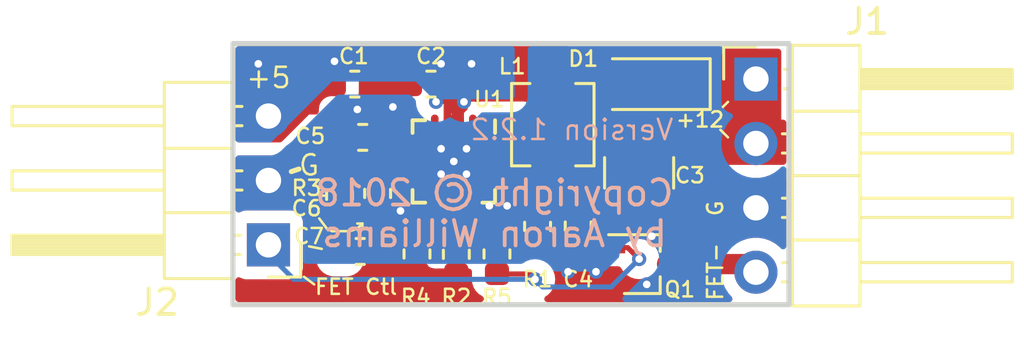
<source format=kicad_pcb>
(kicad_pcb (version 20221018) (generator pcbnew)
  (title_block (title "5v to 12v booster") (date "2019-02-04") (rev "1.2.3") (company "Copyright © 2018 by Aaron Williams") (comment 1 "5V to 12V boost converter") (comment 2 "Limited to 400ma"))
  (layers (0 "F.Cu" signal) (31 "B.Cu" signal) (34 "B.Paste" user) (35 "F.Paste" user) (36 "B.SilkS" user "B.Silkscreen") (37 "F.SilkS" user "F.Silkscreen") (38 "B.Mask" user) (39 "F.Mask" user) (44 "Edge.Cuts" user))
  (net 0 "")
  (net 1 "+12V")
  (net 2 "GND")
  (net 3 "Net-(C7-Pad1)")
  (net 4 "+5V")
  (net 5 "Net-(U1-Pad5)")
  (net 6 "Net-(U1-Pad10)")
  (net 7 "Net-(U1-Pad14)")
  (net 8 "/SW")
  (net 9 "/FET_CTL")
  (net 10 "/FET_DRV")
  (net 11 "/FB")
  (net 12 "/COMP")
  (net 13 "/FREQ")
  (net 14 "/SS")
  (footprint "Resistor_SMD:R_0603_1608Metric" (layer "F.Cu") (at 124.2 78.7125 -90)
    (fp_text reference "R1" (at 2.0875 0 180) (layer "F.SilkS") (effects (font (size 0.6 0.6) (thickness 0.1))))
    (fp_text value "86.6k")
    (fp_line (start -0.162779 -0.51) (end 0.162779 -0.51) (stroke (width 0.12)) (layer "F.SilkS"))
    (fp_line (start -0.162779 0.51) (end 0.162779 0.51) (stroke (width 0.12)) (layer "F.SilkS"))
    (pad "1" smd roundrect (at -0.7875 0 270) (size 0.875 0.95) (layers "F.Cu" "F.Paste" "F.Mask") (net 1 "+12V"))
    (pad "2" smd roundrect (at 0.7875 0 270) (size 0.875 0.95) (layers "F.Cu" "F.Paste" "F.Mask") (net 11 "/FB"))
  )
  (footprint "Resistor_SMD:R_0603_1608Metric" (layer "F.Cu") (at 121 79.8125 -90)
    (fp_text reference "R2" (at 1.6875 0) (layer "F.SilkS") (effects (font (size 0.6 0.6) (thickness 0.1))))
    (fp_text value "18.2k")
    (fp_line (start -0.162779 -0.51) (end 0.162779 -0.51) (stroke (width 0.12)) (layer "F.SilkS"))
    (fp_line (start -0.162779 0.51) (end 0.162779 0.51) (stroke (width 0.12)) (layer "F.SilkS"))
    (pad "1" smd roundrect (at -0.7875 0 270) (size 0.875 0.95) (layers "F.Cu" "F.Paste" "F.Mask") (net 13 "/FREQ"))
    (pad "2" smd roundrect (at 0.7875 0 270) (size 0.875 0.95) (layers "F.Cu" "F.Paste" "F.Mask") (net 2 "GND"))
  )
  (footprint "Resistor_SMD:R_0603_1608Metric" (layer "F.Cu") (at 116.4 77.4875 90)
    (fp_text reference "R3" (at 0.2875 -1.3 180) (layer "F.SilkS") (effects (font (size 0.6 0.6) (thickness 0.1))))
    (fp_text value "1.69k")
    (fp_line (start -0.162779 -0.51) (end 0.162779 -0.51) (stroke (width 0.12)) (layer "F.SilkS"))
    (fp_line (start -0.162779 0.51) (end 0.162779 0.51) (stroke (width 0.12)) (layer "F.SilkS"))
    (pad "1" smd roundrect (at -0.7875 0 90) (size 0.875 0.95) (layers "F.Cu" "F.Paste" "F.Mask") (net 3 "Net-(C7-Pad1)"))
    (pad "2" smd roundrect (at 0.7875 0 90) (size 0.875 0.95) (layers "F.Cu" "F.Paste" "F.Mask") (net 12 "/COMP"))
  )
  (footprint "Resistor_SMD:R_0603_1608Metric" (layer "F.Cu") (at 119.45 79.8 -90)
    (fp_text reference "R4" (at 1.7 0.05) (layer "F.SilkS") (effects (font (size 0.6 0.6) (thickness 0.1))))
    (fp_text value "10k")
    (fp_line (start -0.162779 -0.51) (end 0.162779 -0.51) (stroke (width 0.12)) (layer "F.SilkS"))
    (fp_line (start -0.162779 0.51) (end 0.162779 0.51) (stroke (width 0.12)) (layer "F.SilkS"))
    (pad "1" smd roundrect (at -0.7875 0 270) (size 0.875 0.95) (layers "F.Cu" "F.Paste" "F.Mask") (net 11 "/FB"))
    (pad "2" smd roundrect (at 0.7875 0 270) (size 0.875 0.95) (layers "F.Cu" "F.Paste" "F.Mask") (net 2 "GND"))
  )
  (footprint "Capacitor_SMD:C_1210_3225Metric" (layer "F.Cu") (at 128.2 76.6 -90)
    (fp_text reference "C3" (at 0.1 -2 180) (layer "F.SilkS") (effects (font (size 0.6 0.6) (thickness 0.1))))
    (fp_text value "22uF")
    (fp_line (start -0.602064 -1.36) (end 0.602064 -1.36) (stroke (width 0.12)) (layer "F.SilkS"))
    (fp_line (start -0.602064 1.36) (end 0.602064 1.36) (stroke (width 0.12)) (layer "F.SilkS"))
    (pad "1" smd roundrect (at -1.4 0 270) (size 1.25 2.65) (layers "F.Cu" "F.Paste" "F.Mask") (roundrect_rratio 0.2) (net 1 "+12V"))
    (pad "2" smd roundrect (at 1.4 0 270) (size 1.25 2.65) (layers "F.Cu" "F.Paste" "F.Mask") (roundrect_rratio 0.2) (net 2 "GND"))
  )
  (footprint "Capacitor_SMD:C_0603_1608Metric" (layer "F.Cu") (at 117 73.1)
    (fp_text reference "C1" (at -0.0375 -1.1) (layer "F.SilkS") (effects (font (size 0.6 0.6) (thickness 0.1))))
    (fp_text value "6.8uF")
    (fp_line (start -0.162779 -0.51) (end 0.162779 -0.51) (stroke (width 0.12)) (layer "F.SilkS"))
    (fp_line (start -0.162779 0.51) (end 0.162779 0.51) (stroke (width 0.12)) (layer "F.SilkS"))
    (pad "1" smd roundrect (at -0.7875 0) (size 0.875 0.95) (layers "F.Cu" "F.Paste" "F.Mask") (net 4 "+5V"))
    (pad "2" smd roundrect (at 0.7875 0) (size 0.875 0.95) (layers "F.Cu" "F.Paste" "F.Mask") (net 2 "GND"))
  )
  (footprint "Capacitor_SMD:C_0603_1608Metric" (layer "F.Cu") (at 120 73.1 180)
    (fp_text reference "C2" (at 0 1.1 180) (layer "F.SilkS") (effects (font (size 0.6 0.6) (thickness 0.1))))
    (fp_text value "100nF")
    (fp_line (start -0.162779 -0.51) (end 0.162779 -0.51) (stroke (width 0.12)) (layer "F.SilkS"))
    (fp_line (start -0.162779 0.51) (end 0.162779 0.51) (stroke (width 0.12)) (layer "F.SilkS"))
    (pad "1" smd roundrect (at -0.7875 0 180) (size 0.875 0.95) (layers "F.Cu" "F.Paste" "F.Mask") (net 4 "+5V"))
    (pad "2" smd roundrect (at 0.7875 0 180) (size 0.875 0.95) (layers "F.Cu" "F.Paste" "F.Mask") (net 2 "GND"))
  )
  (footprint "Capacitor_SMD:C_0603_1608Metric" (layer "F.Cu") (at 117.3125 75.2 180)
    (fp_text reference "C5" (at 2.0625 0.05 180) (layer "F.SilkS") (effects (font (size 0.6 0.6) (thickness 0.1))))
    (fp_text value "22nF")
    (fp_line (start -0.162779 -0.51) (end 0.162779 -0.51) (stroke (width 0.12)) (layer "F.SilkS"))
    (fp_line (start -0.162779 0.51) (end 0.162779 0.51) (stroke (width 0.12)) (layer "F.SilkS"))
    (pad "1" smd roundrect (at -0.7875 0 180) (size 0.875 0.95) (layers "F.Cu" "F.Paste" "F.Mask") (net 14 "/SS"))
    (pad "2" smd roundrect (at 0.7875 0 180) (size 0.875 0.95) (layers "F.Cu" "F.Paste" "F.Mask") (net 2 "GND"))
  )
  (footprint "Capacitor_SMD:C_0603_1608Metric" (layer "F.Cu") (at 117.9 77.4125 -90)
    (fp_text reference "C6" (at 0.5875 2.8) (layer "F.SilkS") (effects (font (size 0.6 0.6) (thickness 0.1))))
    (fp_text value "820pF")
    (fp_line (start -0.162779 -0.51) (end 0.162779 -0.51) (stroke (width 0.12)) (layer "F.SilkS"))
    (fp_line (start -0.162779 0.51) (end 0.162779 0.51) (stroke (width 0.12)) (layer "F.SilkS"))
    (pad "1" smd roundrect (at -0.7875 0 270) (size 0.875 0.95) (layers "F.Cu" "F.Paste" "F.Mask") (net 12 "/COMP"))
    (pad "2" smd roundrect (at 0.7875 0 270) (size 0.875 0.95) (layers "F.Cu" "F.Paste" "F.Mask") (net 2 "GND"))
  )
  (footprint "Capacitor_SMD:C_0603_1608Metric" (layer "F.Cu") (at 117.2125 79.7)
    (fp_text reference "C7" (at -2.0125 -0.6) (layer "F.SilkS") (effects (font (size 0.6 0.6) (thickness 0.1))))
    (fp_text value "47nF")
    (fp_line (start -0.162779 -0.51) (end 0.162779 -0.51) (stroke (width 0.12)) (layer "F.SilkS"))
    (fp_line (start -0.162779 0.51) (end 0.162779 0.51) (stroke (width 0.12)) (layer "F.SilkS"))
    (pad "1" smd roundrect (at -0.7875 0) (size 0.875 0.95) (layers "F.Cu" "F.Paste" "F.Mask") (net 3 "Net-(C7-Pad1)"))
    (pad "2" smd roundrect (at 0.7875 0) (size 0.875 0.95) (layers "F.Cu" "F.Paste" "F.Mask") (net 2 "GND"))
  )
  (footprint "Resistor_SMD:R_0603_1608Metric" (layer "F.Cu") (at 122.6 79.8 90)
    (fp_text reference "R5" (at -1.7 0 180) (layer "F.SilkS") (effects (font (size 0.6 0.6) (thickness 0.1))))
    (fp_text value "100k")
    (fp_line (start -0.162779 -0.51) (end 0.162779 -0.51) (stroke (width 0.12)) (layer "F.SilkS"))
    (fp_line (start -0.162779 0.51) (end 0.162779 0.51) (stroke (width 0.12)) (layer "F.SilkS"))
    (pad "1" smd roundrect (at -0.7875 0 90) (size 0.875 0.95) (layers "F.Cu" "F.Paste" "F.Mask") (net 9 "/FET_CTL"))
    (pad "2" smd roundrect (at 0.7875 0 90) (size 0.875 0.95) (layers "F.Cu" "F.Paste" "F.Mask") (net 2 "GND"))
  )
  (footprint "Package_TO_SOT_SMD:SOT-323_SC-70" (layer "F.Cu") (at 128.3 80.2)
    (fp_text reference "Q1" (at 1.5 1) (layer "F.SilkS") (effects (font (size 0.6 0.6) (thickness 0.1))))
    (fp_text value "BSS214NW")
    (fp_line (start -0.68 1.16) (end 0.73 1.16) (stroke (width 0.12)) (layer "F.SilkS"))
    (fp_line (start 0.73 -1.16) (end -1.3 -1.16) (stroke (width 0.12)) (layer "F.SilkS"))
    (fp_line (start 0.73 -1.16) (end 0.73 -0.5) (stroke (width 0.12)) (layer "F.SilkS"))
    (fp_line (start 0.73 0.5) (end 0.73 1.16) (stroke (width 0.12)) (layer "F.SilkS"))
    (pad "1" smd rect (at -1 -0.65 270) (size 0.45 0.7) (layers "F.Cu" "F.Paste" "F.Mask") (net 9 "/FET_CTL"))
    (pad "2" smd rect (at -1 0.65 270) (size 0.45 0.7) (layers "F.Cu" "F.Paste" "F.Mask") (net 2 "GND"))
    (pad "3" smd rect (at 1 0 270) (size 0.45 0.7) (layers "F.Cu" "F.Paste" "F.Mask") (net 10 "/FET_DRV"))
  )
  (footprint "Aaron:QFN-16-1EP_3x3mm_P0.5mm_EP2.7x2.7mm_ThermalVias" (layer "F.Cu") (at 120.9 76.15 -90)
    (fp_text reference "U1" (at -2.45 -1.4) (layer "F.SilkS") (effects (font (size 0.6 0.6) (thickness 0.1))))
    (fp_text value "TPS55340-Q1")
    (fp_line (start -1.625 -1.625) (end -1.125 -1.625) (stroke (width 0.15)) (layer "F.SilkS"))
    (fp_line (start -1.625 1.625) (end -1.625 1.125) (stroke (width 0.15)) (layer "F.SilkS"))
    (fp_line (start -1.625 1.625) (end -1.125 1.625) (stroke (width 0.15)) (layer "F.SilkS"))
    (fp_line (start 1.625 -1.625) (end 1.125 -1.625) (stroke (width 0.15)) (layer "F.SilkS"))
    (fp_line (start 1.625 -1.625) (end 1.625 -1.125) (stroke (width 0.15)) (layer "F.SilkS"))
    (fp_line (start 1.625 1.625) (end 1.125 1.625) (stroke (width 0.15)) (layer "F.SilkS"))
    (fp_line (start 1.625 1.625) (end 1.625 1.125) (stroke (width 0.15)) (layer "F.SilkS"))
    (pad "1" smd oval (at -1.475 -0.75 270) (size 0.75 0.3) (layers "F.Cu" "F.Paste" "F.Mask") (net 8 "/SW"))
    (pad "2" smd oval (at -1.475 -0.25 270) (size 0.75 0.3) (layers "F.Cu" "F.Paste" "F.Mask") (net 4 "+5V"))
    (pad "3" smd oval (at -1.475 0.25 270) (size 0.75 0.3) (layers "F.Cu" "F.Paste" "F.Mask") (net 4 "+5V"))
    (pad "4" smd oval (at -1.475 0.75 270) (size 0.75 0.3) (layers "F.Cu" "F.Paste" "F.Mask") (net 14 "/SS"))
    (pad "5" smd oval (at -0.75 1.475) (size 0.75 0.3) (layers "F.Cu" "F.Paste" "F.Mask") (net 5 "Net-(U1-Pad5)"))
    (pad "6" smd oval (at -0.25 1.475) (size 0.75 0.3) (layers "F.Cu" "F.Paste" "F.Mask") (net 2 "GND"))
    (pad "7" smd oval (at 0.25 1.475) (size 0.75 0.3) (layers "F.Cu" "F.Paste" "F.Mask") (net 12 "/COMP"))
    (pad "8" smd oval (at 0.75 1.475) (size 0.75 0.3) (layers "F.Cu" "F.Paste" "F.Mask") (net 11 "/FB"))
    (pad "9" smd oval (at 1.475 0.75 270) (size 0.75 0.3) (layers "F.Cu" "F.Paste" "F.Mask") (net 13 "/FREQ"))
    (pad "10" smd oval (at 1.475 0.25 270) (size 0.75 0.3) (layers "F.Cu" "F.Paste" "F.Mask") (net 6 "Net-(U1-Pad10)"))
    (pad "11" smd oval (at 1.475 -0.25 270) (size 0.75 0.3) (layers "F.Cu" "F.Paste" "F.Mask") (net 2 "GND"))
    (pad "12" smd oval (at 1.475 -0.75 270) (size 0.75 0.3) (layers "F.Cu" "F.Paste" "F.Mask") (net 2 "GND"))
    (pad "13" smd oval (at 0.75 -1.475) (size 0.75 0.3) (layers "F.Cu" "F.Paste" "F.Mask") (net 2 "GND"))
    (pad "14" smd oval (at 0.25 -1.475) (size 0.75 0.3) (layers "F.Cu" "F.Paste" "F.Mask") (net 7 "Net-(U1-Pad14)"))
    (pad "15" smd oval (at -0.25 -1.475) (size 0.75 0.3) (layers "F.Cu" "F.Paste" "F.Mask") (net 8 "/SW"))
    (pad "16" smd oval (at -0.75 -1.475) (size 0.75 0.3) (layers "F.Cu" "F.Paste" "F.Mask") (net 8 "/SW"))
    (pad "17" thru_hole circle (at -0.5 -0.5 270) (size 0.6 0.6) (drill 0.3) (layers "*.Cu") (net 2 "GND"))
    (pad "17" thru_hole circle (at -0.5 0.5 270) (size 0.6 0.6) (drill 0.3) (layers "*.Cu") (net 2 "GND"))
    (pad "17" thru_hole circle (at 0 0 270) (size 0.6 0.6) (drill 0.3) (layers "*.Cu") (net 2 "GND"))
    (pad "17" smd rect (at 0 0 270) (size 1.8 1.8) (layers "F.Cu" "F.Mask") (net 2 "GND"))
    (pad "17" smd rect (at 0 0 270) (size 1.8 1.8) (layers "B.Cu") (net 2 "GND"))
    (pad "17" thru_hole circle (at 0.5 -0.5 270) (size 0.6 0.6) (drill 0.3) (layers "*.Cu") (net 2 "GND"))
    (pad "17" thru_hole circle (at 0.5 0.5 270) (size 0.6 0.6) (drill 0.3) (layers "*.Cu") (net 2 "GND"))
  )
  (footprint "Diode_SMD:D_SOD-123F" (layer "F.Cu") (at 128.8 73.1 180)
    (fp_text reference "D1" (at 2.8 1 180) (layer "F.SilkS") (effects (font (size 0.6 0.6) (thickness 0.1))))
    (fp_text value "D_Schottky")
    (fp_line (start -2.2 -1) (end -2.2 1) (stroke (width 0.12)) (layer "F.SilkS"))
    (fp_line (start -2.2 -1) (end 1.65 -1) (stroke (width 0.12)) (layer "F.SilkS"))
    (fp_line (start -2.2 1) (end 1.65 1) (stroke (width 0.12)) (layer "F.SilkS"))
    (pad "1" smd rect (at -1.4 0 180) (size 1.1 1.1) (layers "F.Cu" "F.Paste" "F.Mask") (net 1 "+12V"))
    (pad "2" smd rect (at 1.4 0 180) (size 1.1 1.1) (layers "F.Cu" "F.Paste" "F.Mask") (net 8 "/SW"))
  )
  (footprint "Capacitor_SMD:C_0603_1608Metric" (layer "F.Cu") (at 125.8 78.7 -90)
    (fp_text reference "C4" (at 2.1 0) (layer "F.SilkS") (effects (font (size 0.6 0.6) (thickness 0.1))))
    (fp_text value "1uF")
    (fp_line (start -0.162779 -0.51) (end 0.162779 -0.51) (stroke (width 0.12)) (layer "F.SilkS"))
    (fp_line (start -0.162779 0.51) (end 0.162779 0.51) (stroke (width 0.12)) (layer "F.SilkS"))
    (pad "1" smd roundrect (at -0.7875 0 270) (size 0.875 0.95) (layers "F.Cu" "F.Paste" "F.Mask") (net 1 "+12V"))
    (pad "2" smd roundrect (at 0.7875 0 270) (size 0.875 0.95) (layers "F.Cu" "F.Paste" "F.Mask") (net 2 "GND"))
  )
  (footprint "Connector_PinHeader_2.54mm:PinHeader_1x04_P2.54mm_Horizontal" (layer "F.Cu") (at 132.8 72.9)
    (fp_text reference "J1" (at 4.385 -2.27) (layer "F.SilkS"))
    (fp_text value "Conn_01x04")
    (fp_line (start -1.27 -1.27) (end 0 -1.27) (stroke (width 0.12)) (layer "F.SilkS"))
    (fp_line (start -1.27 0) (end -1.27 -1.27) (stroke (width 0.12)) (layer "F.SilkS"))
    (fp_line (start 1.042929 2.16) (end 1.44 2.16) (stroke (width 0.12)) (layer "F.SilkS"))
    (fp_line (start 1.042929 2.92) (end 1.44 2.92) (stroke (width 0.12)) (layer "F.SilkS"))
    (fp_line (start 1.042929 4.7) (end 1.44 4.7) (stroke (width 0.12)) (layer "F.SilkS"))
    (fp_line (start 1.042929 5.46) (end 1.44 5.46) (stroke (width 0.12)) (layer "F.SilkS"))
    (fp_line (start 1.042929 7.24) (end 1.44 7.24) (stroke (width 0.12)) (layer "F.SilkS"))
    (fp_line (start 1.042929 8) (end 1.44 8) (stroke (width 0.12)) (layer "F.SilkS"))
    (fp_line (start 1.11 -0.38) (end 1.44 -0.38) (stroke (width 0.12)) (layer "F.SilkS"))
    (fp_line (start 1.11 0.38) (end 1.44 0.38) (stroke (width 0.12)) (layer "F.SilkS"))
    (fp_line (start 1.44 -1.33) (end 1.44 8.95) (stroke (width 0.12)) (layer "F.SilkS"))
    (fp_line (start 1.44 1.27) (end 4.1 1.27) (stroke (width 0.12)) (layer "F.SilkS"))
    (fp_line (start 1.44 3.81) (end 4.1 3.81) (stroke (width 0.12)) (layer "F.SilkS"))
    (fp_line (start 1.44 6.35) (end 4.1 6.35) (stroke (width 0.12)) (layer "F.SilkS"))
    (fp_line (start 1.44 8.95) (end 4.1 8.95) (stroke (width 0.12)) (layer "F.SilkS"))
    (fp_line (start 4.1 -1.33) (end 1.44 -1.33) (stroke (width 0.12)) (layer "F.SilkS"))
    (fp_line (start 4.1 -0.38) (end 10.1 -0.38) (stroke (width 0.12)) (layer "F.SilkS"))
    (fp_line (start 4.1 -0.32) (end 10.1 -0.32) (stroke (width 0.12)) (layer "F.SilkS"))
    (fp_line (start 4.1 -0.2) (end 10.1 -0.2) (stroke (width 0.12)) (layer "F.SilkS"))
    (fp_line (start 4.1 -0.08) (end 10.1 -0.08) (stroke (width 0.12)) (layer "F.SilkS"))
    (fp_line (start 4.1 0.04) (end 10.1 0.04) (stroke (width 0.12)) (layer "F.SilkS"))
    (fp_line (start 4.1 0.16) (end 10.1 0.16) (stroke (width 0.12)) (layer "F.SilkS"))
    (fp_line (start 4.1 0.28) (end 10.1 0.28) (stroke (width 0.12)) (layer "F.SilkS"))
    (fp_line (start 4.1 2.16) (end 10.1 2.16) (stroke (width 0.12)) (layer "F.SilkS"))
    (fp_line (start 4.1 4.7) (end 10.1 4.7) (stroke (width 0.12)) (layer "F.SilkS"))
    (fp_line (start 4.1 7.24) (end 10.1 7.24) (stroke (width 0.12)) (layer "F.SilkS"))
    (fp_line (start 4.1 8.95) (end 4.1 -1.33) (stroke (width 0.12)) (layer "F.SilkS"))
    (fp_line (start 10.1 -0.38) (end 10.1 0.38) (stroke (width 0.12)) (layer "F.SilkS"))
    (fp_line (start 10.1 0.38) (end 4.1 0.38) (stroke (width 0.12)) (layer "F.SilkS"))
    (fp_line (start 10.1 2.16) (end 10.1 2.92) (stroke (width 0.12)) (layer "F.SilkS"))
    (fp_line (start 10.1 2.92) (end 4.1 2.92) (stroke (width 0.12)) (layer "F.SilkS"))
    (fp_line (start 10.1 4.7) (end 10.1 5.46) (stroke (width 0.12)) (layer "F.SilkS"))
    (fp_line (start 10.1 5.46) (end 4.1 5.46) (stroke (width 0.12)) (layer "F.SilkS"))
    (fp_line (start 10.1 7.24) (end 10.1 8) (stroke (width 0.12)) (layer "F.SilkS"))
    (fp_line (start 10.1 8) (end 4.1 8) (stroke (width 0.12)) (layer "F.SilkS"))
    (pad "1" thru_hole rect (at 0 0) (size 1.7 1.7) (drill 1) (layers "*.Cu" "*.Mask") (net 1 "+12V"))
    (pad "2" thru_hole oval (at 0 2.54) (size 1.7 1.7) (drill 1) (layers "*.Cu" "*.Mask") (net 1 "+12V"))
    (pad "3" thru_hole oval (at 0 5.08) (size 1.7 1.7) (drill 1) (layers "*.Cu" "*.Mask") (net 2 "GND"))
    (pad "4" thru_hole oval (at 0 7.62) (size 1.7 1.7) (drill 1) (layers "*.Cu" "*.Mask") (net 10 "/FET_DRV"))
  )
  (footprint "Connector_PinHeader_2.54mm:PinHeader_1x03_P2.54mm_Horizontal" (layer "F.Cu") (at 113.6 79.44 180)
    (fp_text reference "J2" (at 4.385 -2.27 180) (layer "F.SilkS"))
    (fp_text value "Conn_01x03")
    (fp_line (start -1.27 -1.27) (end 0 -1.27) (stroke (width 0.12)) (layer "F.SilkS"))
    (fp_line (start -1.27 0) (end -1.27 -1.27) (stroke (width 0.12)) (layer "F.SilkS"))
    (fp_line (start 1.042929 2.16) (end 1.44 2.16) (stroke (width 0.12)) (layer "F.SilkS"))
    (fp_line (start 1.042929 2.92) (end 1.44 2.92) (stroke (width 0.12)) (layer "F.SilkS"))
    (fp_line (start 1.042929 4.7) (end 1.44 4.7) (stroke (width 0.12)) (layer "F.SilkS"))
    (fp_line (start 1.042929 5.46) (end 1.44 5.46) (stroke (width 0.12)) (layer "F.SilkS"))
    (fp_line (start 1.11 -0.38) (end 1.44 -0.38) (stroke (width 0.12)) (layer "F.SilkS"))
    (fp_line (start 1.11 0.38) (end 1.44 0.38) (stroke (width 0.12)) (layer "F.SilkS"))
    (fp_line (start 1.44 -1.33) (end 1.44 6.41) (stroke (width 0.12)) (layer "F.SilkS"))
    (fp_line (start 1.44 1.27) (end 4.1 1.27) (stroke (width 0.12)) (layer "F.SilkS"))
    (fp_line (start 1.44 3.81) (end 4.1 3.81) (stroke (width 0.12)) (layer "F.SilkS"))
    (fp_line (start 1.44 6.41) (end 4.1 6.41) (stroke (width 0.12)) (layer "F.SilkS"))
    (fp_line (start 4.1 -1.33) (end 1.44 -1.33) (stroke (width 0.12)) (layer "F.SilkS"))
    (fp_line (start 4.1 -0.38) (end 10.1 -0.38) (stroke (width 0.12)) (layer "F.SilkS"))
    (fp_line (start 4.1 -0.32) (end 10.1 -0.32) (stroke (width 0.12)) (layer "F.SilkS"))
    (fp_line (start 4.1 -0.2) (end 10.1 -0.2) (stroke (width 0.12)) (layer "F.SilkS"))
    (fp_line (start 4.1 -0.08) (end 10.1 -0.08) (stroke (width 0.12)) (layer "F.SilkS"))
    (fp_line (start 4.1 0.04) (end 10.1 0.04) (stroke (width 0.12)) (layer "F.SilkS"))
    (fp_line (start 4.1 0.16) (end 10.1 0.16) (stroke (width 0.12)) (layer "F.SilkS"))
    (fp_line (start 4.1 0.28) (end 10.1 0.28) (stroke (width 0.12)) (layer "F.SilkS"))
    (fp_line (start 4.1 2.16) (end 10.1 2.16) (stroke (width 0.12)) (layer "F.SilkS"))
    (fp_line (start 4.1 4.7) (end 10.1 4.7) (stroke (width 0.12)) (layer "F.SilkS"))
    (fp_line (start 4.1 6.41) (end 4.1 -1.33) (stroke (width 0.12)) (layer "F.SilkS"))
    (fp_line (start 10.1 -0.38) (end 10.1 0.38) (stroke (width 0.12)) (layer "F.SilkS"))
    (fp_line (start 10.1 0.38) (end 4.1 0.38) (stroke (width 0.12)) (layer "F.SilkS"))
    (fp_line (start 10.1 2.16) (end 10.1 2.92) (stroke (width 0.12)) (layer "F.SilkS"))
    (fp_line (start 10.1 2.92) (end 4.1 2.92) (stroke (width 0.12)) (layer "F.SilkS"))
    (fp_line (start 10.1 4.7) (end 10.1 5.46) (stroke (width 0.12)) (layer "F.SilkS"))
    (fp_line (start 10.1 5.46) (end 4.1 5.46) (stroke (width 0.12)) (layer "F.SilkS"))
    (pad "1" thru_hole rect (at 0 0 180) (size 1.7 1.7) (drill 1) (layers "*.Cu" "*.Mask") (net 9 "/FET_CTL"))
    (pad "2" thru_hole oval (at 0 2.54 180) (size 1.7 1.7) (drill 1) (layers "*.Cu" "*.Mask") (net 2 "GND"))
    (pad "3" thru_hole oval (at 0 5.08 180) (size 1.7 1.7) (drill 1) (layers "*.Cu" "*.Mask") (net 4 "+5V"))
  )
  (footprint "Aaron:L_Vishay_IHLP-1212" (layer "F.Cu") (at 124.8 74.7 -90)
    (fp_text reference "L1" (at -2.3 1.6) (layer "F.SilkS") (effects (font (size 0.6 0.6) (thickness 0.1))))
    (fp_text value "3.3uH")
    (fp_line (start -1.624 -1.624) (end 1.624 -1.624) (stroke (width 0.12)) (layer "F.SilkS"))
    (fp_line (start -1.624 -0.9) (end -1.624 -1.624) (stroke (width 0.12)) (layer "F.SilkS"))
    (fp_line (start -1.624 0.9) (end -1.624 1.624) (stroke (width 0.12)) (layer "F.SilkS"))
    (fp_line (start -1.624 1.624) (end 1.624 1.624) (stroke (width 0.12)) (layer "F.SilkS"))
    (fp_line (start 1.624 -1.624) (end 1.624 -0.9) (stroke (width 0.12)) (layer "F.SilkS"))
    (fp_line (start 1.624 1.624) (end 1.624 0.9) (stroke (width 0.12)) (layer "F.SilkS"))
    (pad "1" smd rect (at -1.35 0 270) (size 1.5 1.2) (layers "F.Cu" "F.Paste" "F.Mask") (net 4 "+5V"))
    (pad "2" smd rect (at 1.35 0 270) (size 1.5 1.2) (layers "F.Cu" "F.Paste" "F.Mask") (net 8 "/SW"))
  )
  (gr_line (start 117.3 78.6) (end 117.1 78.6) (stroke (width 0.1)) (layer "F.SilkS"))
  (gr_line (start 131.5 74) (end 131.7 73.8) (stroke (width 0.1)) (layer "F.SilkS"))
  (gr_line (start 115.6 77.5) (end 115.8 77.5) (stroke (width 0.1)) (layer "F.SilkS"))
  (gr_line (start 115.2 79.5) (end 115.7 79.6) (stroke (width 0.1)) (layer "F.SilkS"))
  (gr_line (start 115.9 78.8) (end 116.1 78.9) (stroke (width 0.1)) (layer "F.SilkS"))
  (gr_line (start 116.8 78.9) (end 117.1 78.8) (stroke (width 0.1)) (layer "F.SilkS"))
  (gr_line (start 115.6 78.4) (end 115.9 78.8) (stroke (width 0.1)) (layer "F.SilkS"))
  (gr_line (start 116.1 78.9) (end 116.8 78.9) (stroke (width 0.1)) (layer "F.SilkS"))
  (gr_line (start 117.3 78.6) (end 117.3 78.8) (stroke (width 0.1)) (layer "F.SilkS"))
  (gr_line (start 114.5 76.55) (end 114.8 76.45) (stroke (width 0.2)) (layer "F.SilkS"))
  (gr_line (start 117.1 78.8) (end 117.3 78.6) (stroke (width 0.1)) (layer "F.SilkS"))
  (gr_line (start 115 80.7) (end 115.4 81) (stroke (width 0.1)) (layer "F.SilkS"))
  (gr_line (start 131.4 74.9) (end 131.7 75.2) (stroke (width 0.1)) (layer "F.SilkS"))
  (gr_line (start 112.2 71.5) (end 134.1 71.5) (stroke (width 0.2)) (layer "Edge.Cuts"))
  (gr_line (start 134.1 81.8) (end 112.2 81.8) (stroke (width 0.2)) (layer "Edge.Cuts"))
  (gr_line (start 134.1 71.5) (end 134.1 81.8) (stroke (width 0.2)) (layer "Edge.Cuts"))
  (gr_line (start 112.2 81.8) (end 112.2 71.5) (stroke (width 0.2)) (layer "Edge.Cuts"))
  (gr_text "Copyright © 2018\nby Aaron Williams" (at 122.5 78.2) (layer "B.SilkS") (effects (font (size 1 1)) (justify mirror)))
  (gr_text "Version 1.2.2" (at 125.55 74.9) (layer "B.SilkS") (effects (font (size 0.8 0.8) (thickness 0.1)) (justify mirror)))
  (gr_text "G" (at 115.2 76.3) (layer "F.SilkS") (effects (font (size 0.8 0.8) (thickness 0.1))))
  (gr_text "+12" (at 130.6 74.5) (layer "F.SilkS") (effects (font (size 0.6 0.6) (thickness 0.1))))
  (gr_text "FET Ctl" (at 117.05 81.1) (layer "F.SilkS") (effects (font (size 0.6 0.6) (thickness 0.1))))
  (gr_text "FET-" (at 131.2 80.5 90) (layer "F.SilkS") (effects (font (size 0.6 0.6) (thickness 0.1))))
  (gr_text "G" (at 131.2 78 90) (layer "F.SilkS") (effects (font (size 0.6 0.6) (thickness 0.1))))
  (gr_text "+5" (at 113.6 72.85) (layer "F.SilkS") (effects (font (size 0.8 0.8) (thickness 0.1))))
  (segment (start 125.8 77.9125) (end 124.2125 77.9125) (width 0.5) (layer "F.Cu") (net 1))
  (segment (start 128.2 75.2) (end 125.8 77.6) (width 0.8) (layer "F.Cu") (net 1))
  (segment (start 124.2125 77.9125) (end 124.2 77.925) (width 0.5) (layer "F.Cu") (net 1))
  (segment (start 125.8 77.6) (end 125.8 77.9125) (width 0.8) (layer "F.Cu") (net 1))
  (segment (start 120.15 75.9) (end 120.4 75.65) (width 0.3) (layer "F.Cu") (net 2))
  (segment (start 121.15 77.625) (end 121.15 76.8) (width 0.3) (layer "F.Cu") (net 2))
  (segment (start 125.575 79.25) (end 125.7 79.25) (width 0.2) (layer "F.Cu") (net 2))
  (segment (start 121.65 77.625) (end 121.65 76.9) (width 0.3) (layer "F.Cu") (net 2))
  (segment (start 113.702081 76.76) (end 113.762081 76.7) (width 0.5) (layer "F.Cu") (net 2))
  (segment (start 122.375 76.9) (end 121.65 76.9) (width 0.3) (layer "F.Cu") (net 2))
  (segment (start 119.425 75.9) (end 120.15 75.9) (width 0.3) (layer "F.Cu") (net 2))
  (segment (start 121.65 77.625) (end 122.375 76.9) (width 0.3) (layer "F.Cu") (net 2))
  (segment (start 119.2125 73.2875) (end 118.5 74) (width 0.5) (layer "F.Cu") (net 2))
  (segment (start 121.65 76.9) (end 121.35 76.6) (width 0.3) (layer "F.Cu") (net 2))
  (segment (start 121.15 76.8) (end 121.35 76.6) (width 0.3) (layer "F.Cu") (net 2))
  (segment (start 121.65 76.9) (end 121.4 76.65) (width 0.3) (layer "F.Cu") (net 2))
  (segment (start 121.15 77.625) (end 121.4 77.625) (width 0.3) (layer "F.Cu") (net 2))
  (segment (start 121.4 76.65) (end 121.4 77.625) (width 0.3) (layer "F.Cu") (net 2))
  (segment (start 119.2125 73.1) (end 119.2125 73.2875) (width 0.5) (layer "F.Cu") (net 2))
  (segment (start 121.4 77.625) (end 121.65 77.625) (width 0.3) (layer "F.Cu") (net 2))
  (via (at 125.4 80.5) (size 0.56) (drill 0.3) (layers "F.Cu" "B.Cu") (net 2))
  (via (at 117.1 74.1) (size 0.56) (drill 0.3) (layers "F.Cu" "B.Cu") (net 2))
  (via (at 126.5 80.5) (size 0.56) (drill 0.3) (layers "F.Cu" "B.Cu") (net 2))
  (via (at 118.8 78.1) (size 0.56) (drill 0.3) (layers "F.Cu" "B.Cu") (net 2))
  (via (at 122.3 77.9) (size 0.56) (drill 0.3) (layers "F.Cu" "B.Cu") (net 2))
  (via (at 123 77.9) (size 0.56) (drill 0.3) (layers "F.Cu" "B.Cu") (net 2))
  (via (at 118.5 74) (size 0.56) (drill 0.3) (layers "F.Cu" "B.Cu") (net 2))
  (via (at 128.5 81) (size 0.56) (drill 0.3) (layers "F.Cu" "B.Cu") (net 2))
  (via (at 128.7 79.1) (size 0.56) (drill 0.3) (layers "F.Cu" "B.Cu") (net 2))
  (segment (start 116.5 79.625) (end 116.425 79.7) (width 0.2) (layer "F.Cu") (net 3))
  (segment (start 116.425 79.7) (end 116.425 78.3) (width 0.2) (layer "F.Cu") (net 3))
  (segment (start 116.425 78.3) (end 116.4 78.275) (width 0.2) (layer "F.Cu") (net 3))
  (segment (start 120.65 73.2375) (end 120.7875 73.1) (width 0.3) (layer "F.Cu") (net 4))
  (segment (start 114.86 73.1) (end 113.6 74.36) (width 0.8) (layer "F.Cu") (net 4))
  (segment (start 121.15 74.675) (end 121.15 74.1625) (width 0.3) (layer "F.Cu") (net 4))
  (segment (start 121.15 74.675) (end 120.65 74.675) (width 0.3) (layer "F.Cu") (net 4))
  (segment (start 116.2125 73.1) (end 116.2125 72.2125) (width 0.8) (layer "F.Cu") (net 4))
  (segment (start 121.3 74.025) (end 120.65 74.675) (width 0.3) (layer "F.Cu") (net 4))
  (segment (start 121.3 73.8) (end 121.3 74.025) (width 0.3) (layer "F.Cu") (net 4))
  (segment (start 116.2125 73.1) (end 114.86 73.1) (width 0.8) (layer "F.Cu") (net 4))
  (segment (start 120.65 74.675) (end 120.65 73.2375) (width 0.3) (layer "F.Cu") (net 4))
  (via (at 120.2 73.8) (size 0.56) (drill 0.3) (layers "F.Cu" "B.Cu") (net 4))
  (via (at 121.3 73.8) (size 0.56) (drill 0.3) (layers "F.Cu" "B.Cu") (net 4))
  (via (at 121.6 72.3) (size 0.56) (drill 0.3) (layers "F.Cu" "B.Cu") (net 4))
  (via (at 113.2 72.3) (size 0.56) (drill 0.3) (layers "F.Cu" "B.Cu") (net 4))
  (via (at 116.2 72.2) (size 0.56) (drill 0.3) (layers "F.Cu" "B.Cu") (net 4))
  (via (at 120.4 72.3) (size 0.56) (drill 0.3) (layers "F.Cu" "B.Cu") (net 4))
  (segment (start 122.375 75.4) (end 122.375 75.9) (width 0.3) (layer "F.Cu") (net 8))
  (segment (start 126.27499 74.42501) (end 126.27499 73.42501) (width 0.8) (layer "F.Cu") (net 8))
  (segment (start 124.8 76.05) (end 124.8 75.9) (width 0.8) (layer "F.Cu") (net 8))
  (segment (start 126.6 73.1) (end 127.3 73.1) (width 0.8) (layer "F.Cu") (net 8))
  (segment (start 121.65 74.675) (end 121.65 74.65) (width 0.3) (layer "F.Cu") (net 8))
  (segment (start 122.375 75.9) (end 122.6 75.9) (width 0.3) (layer "F.Cu") (net 8))
  (segment (start 121.65 74.675) (end 122.375 75.4) (width 0.2) (layer "F.Cu") (net 8))
  (segment (start 122.375 75.9) (end 123.3 75.9) (width 0.2) (layer "F.Cu") (net 8))
  (segment (start 121.65 74.675) (end 122.1 74.675) (width 0.3) (layer "F.Cu") (net 8))
  (segment (start 126.27499 73.42501) (end 126.6 73.1) (width 0.8) (layer "F.Cu") (net 8))
  (segment (start 122.375 74.95) (end 122.375 75.45) (width 0.3) (layer "F.Cu") (net 8))
  (segment (start 121.65 74.675) (end 121.65 74.575) (width 0.3) (layer "F.Cu") (net 8))
  (segment (start 122.375 75.45) (end 122.375 75.9) (width 0.3) (layer "F.Cu") (net 8))
  (segment (start 124.8 75.9) (end 126.27499 74.42501) (width 0.8) (layer "F.Cu") (net 8))
  (segment (start 122.1 74.675) (end 122.375 74.95) (width 0.3) (layer "F.Cu") (net 8))
  (segment (start 122.375 75.9) (end 122.7 75.9) (width 0.3) (layer "F.Cu") (net 8))
  (segment (start 122.6 80.5875) (end 123.8875 80.5875) (width 0.2) (layer "F.Cu") (net 9))
  (segment (start 124.0875 80.7875) (end 124.1 80.8) (width 0.2) (layer "F.Cu") (net 9))
  (segment (start 123.8875 80.5875) (end 124.1 80.8) (width 0.2) (layer "F.Cu") (net 9))
  (segment (start 127.3 79.55) (end 127.75 79.55) (width 0.2) (layer "F.Cu") (net 9))
  (segment (start 127.75 79.55) (end 128.2 80) (width 0.2) (layer "F.Cu") (net 9))
  (via (at 124.1 80.8) (size 0.56) (drill 0.3) (layers "F.Cu" "B.Cu") (net 9))
  (via (at 128.2 80) (size 0.56) (drill 0.3) (layers "F.Cu" "B.Cu") (net 9))
  (segment (start 127.1 81.1) (end 124.4 81.1) (width 0.2) (layer "B.Cu") (net 9))
  (segment (start 124.4 81.1) (end 124.1 80.8) (width 0.2) (layer "B.Cu") (net 9))
  (segment (start 113.6 79.8) (end 113.6 79.44) (width 0.2) (layer "B.Cu") (net 9))
  (segment (start 114.6 80.8) (end 113.6 79.8) (width 0.2) (layer "B.Cu") (net 9))
  (segment (start 124.079021 80.8) (end 114.6 80.8) (width 0.2) (layer "B.Cu") (net 9))
  (segment (start 128.2 80) (end 127.1 81.1) (width 0.2) (layer "B.Cu") (net 9))
  (segment (start 129.3 80.2) (end 132.48 80.2) (width 0.8) (layer "F.Cu") (net 10))
  (segment (start 132.48 80.2) (end 132.8 80.52) (width 0.8) (layer "F.Cu") (net 10))
  (segment (start 119.911612 79.474112) (end 119.45 79.0125) (width 0.2) (layer "F.Cu") (net 11))
  (segment (start 123.36249 79.76251) (end 120.20001 79.76251) (width 0.2) (layer "F.Cu") (net 11))
  (segment (start 124.2 79.5) (end 123.625 79.5) (width 0.2) (layer "F.Cu") (net 11))
  (segment (start 120.20001 79.76251) (end 119.911612 79.474112) (width 0.2) (layer "F.Cu") (net 11))
  (segment (start 119.45 76.925) (end 119.425 76.9) (width 0.2) (layer "F.Cu") (net 11))
  (segment (start 123.625 79.5) (end 123.36249 79.76251) (width 0.2) (layer "F.Cu") (net 11))
  (segment (start 119.45 79.2) (end 119.45 76.925) (width 0.2) (layer "F.Cu") (net 11))
  (segment (start 116.475 76.625) (end 116.4 76.7) (width 0.2) (layer "F.Cu") (net 12))
  (segment (start 118.125 76.4) (end 117.9 76.625) (width 0.2) (layer "F.Cu") (net 12))
  (segment (start 119.425 76.4) (end 118.125 76.4) (width 0.2) (layer "F.Cu") (net 12))
  (segment (start 117.9 76.625) (end 116.475 76.625) (width 0.2) (layer "F.Cu") (net 12))
  (segment (start 117.95 76.7) (end 118 76.65) (width 0.2) (layer "F.Cu") (net 12))
  (segment (start 120.15 78.25) (end 120.15 77.625) (width 0.2) (layer "F.Cu") (net 13))
  (segment (start 121.1 79.2) (end 120.15 78.25) (width 0.2) (layer "F.Cu") (net 13))
  (segment (start 118.1 75.2) (end 118.625 74.675) (width 0.2) (layer "F.Cu") (net 14))
  (segment (start 118.625 74.675) (end 120.15 74.675) (width 0.2) (layer "F.Cu") (net 14))
  (zone (net 8) (net_name "/SW") (layer "F.Cu") (priority 8) (connect_pads yes (clearance 0.508)) (min_thickness 0.254) (fill yes (thermal_gap 0.508) (thermal_bridge_width 0.508))
    (polygon (pts (xy 121.4 74.3) (xy 125.4 74.3) (xy 125.4 76.9) (xy 123.8 76.9) (xy 123 76.1) (xy 122.3 76.1) (xy 122.3 75.2) (xy 121.4 75.2)))
  )
  (zone (net 2) (net_name "GND") (layer "F.Cu") (priority 7) (connect_pads yes (clearance 0.508)) (min_thickness 0.254) (fill yes (thermal_gap 0.508) (thermal_bridge_width 0.508))
    (polygon (pts (xy 116.1 72.7) (xy 119 72.7) (xy 119 75.9) (xy 116.1 75.9)))
  )
  (zone (net 2) (net_name "GND") (layer "F.Cu") (priority 3) (connect_pads yes (clearance 0.508)) (min_thickness 0.254) (fill yes (thermal_gap 0.508) (thermal_bridge_width 0.508))
    (polygon (pts (xy 111 75.6) (xy 114.3 75.6) (xy 115.6 74.3) (xy 115.6 73.6) (xy 115.6 72.9) (xy 118.7 72.9) (xy 118.9 72.7) (xy 118.9 75.3) (xy 121.6 75.3) (xy 121.8 75.5) (xy 121.8 76.8) (xy 134 76.8) (xy 133.9 81.8) (xy 110.9 81.8)))
  )
  (zone (net 1) (net_name "+12V") (layer "F.Cu") (priority 1) (connect_pads yes (clearance 0.508)) (min_thickness 0.254) (fill yes (thermal_gap 0.508) (thermal_bridge_width 0.508))
    (polygon (pts (xy 125.4 71.7) (xy 125.4 74) (xy 123.6 74) (xy 123.6 76.9) (xy 128.6 76.9) (xy 134 76.9) (xy 134 74.5) (xy 133.8 74.5) (xy 133.8 71.7)))
  )
  (zone (net 4) (net_name "+5V") (layer "F.Cu") (priority 5) (connect_pads yes (clearance 0.508)) (min_thickness 0.254) (fill yes (thermal_gap 0.508) (thermal_bridge_width 0.508) (smoothing chamfer))
    (polygon (pts (xy 121.2 74.3) (xy 125.500581 74.300581) (xy 125.5 71) (xy 111 71) (xy 111 75.4) (xy 114.1 75.4) (xy 115.2 74.3)))
  )
  (zone (net 4) (net_name "+5V") (layer "B.Cu") (priority 5) (connect_pads yes (clearance 0.508)) (min_thickness 0.254) (fill yes (thermal_gap 0.508) (thermal_bridge_width 0.508))
    (polygon (pts (xy 111.6 75.4) (xy 113.7 75.4) (xy 116.1 73) (xy 116.6 73) (xy 119.4 73) (xy 120.1 73.7) (xy 121.1 73.7) (xy 123.3 73.7) (xy 123.3 71) (xy 111 71) (xy 111 75.4)))
  )
  (zone (net 2) (net_name "GND") (layer "B.Cu") (priority 2) (connect_pads yes (clearance 0.508)) (min_thickness 0.254) (fill yes (thermal_gap 0.508) (thermal_bridge_width 0.508))
    (polygon (pts (xy 111 71) (xy 110.9 82.6) (xy 134 82.7) (xy 134.1 71.1)))
  )
)
</source>
